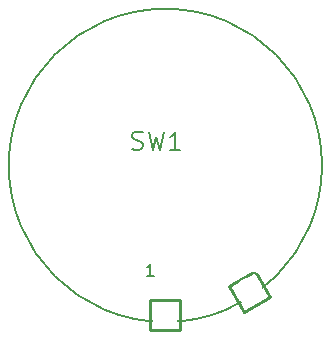
<source format=gto>
G04 #@! TF.FileFunction,Legend,Top*
%FSLAX46Y46*%
G04 Gerber Fmt 4.6, Leading zero omitted, Abs format (unit mm)*
G04 Created by KiCad (PCBNEW (2014-12-07 BZR 5316)-product) date 01/01/2015 14:19:40*
%MOMM*%
G01*
G04 APERTURE LIST*
%ADD10C,0.100000*%
%ADD11C,0.254000*%
%ADD12C,0.150000*%
%ADD13C,0.200000*%
%ADD14C,2.235200*%
%ADD15C,2.500000*%
G04 APERTURE END LIST*
D10*
D11*
X140970000Y-100330000D02*
X143510000Y-100330000D01*
X143510000Y-100330000D02*
X143510000Y-97790000D01*
X143510000Y-97790000D02*
X140970000Y-97790000D01*
X140970000Y-97790000D02*
X140970000Y-100330000D01*
X147617148Y-96563148D02*
X148887148Y-98762852D01*
X148887148Y-98762852D02*
X151086852Y-97492852D01*
X151086852Y-97492852D02*
X149816852Y-95293148D01*
X149816852Y-95293148D02*
X147617148Y-96563148D01*
D12*
X155499189Y-86360000D02*
G75*
G03X155499189Y-86360000I-13259189J0D01*
G01*
D13*
X139446000Y-84944857D02*
X139663714Y-85017429D01*
X140026571Y-85017429D01*
X140171714Y-84944857D01*
X140244285Y-84872286D01*
X140316857Y-84727143D01*
X140316857Y-84582000D01*
X140244285Y-84436857D01*
X140171714Y-84364286D01*
X140026571Y-84291714D01*
X139736285Y-84219143D01*
X139591143Y-84146571D01*
X139518571Y-84074000D01*
X139446000Y-83928857D01*
X139446000Y-83783714D01*
X139518571Y-83638571D01*
X139591143Y-83566000D01*
X139736285Y-83493429D01*
X140099143Y-83493429D01*
X140316857Y-83566000D01*
X140824857Y-83493429D02*
X141187714Y-85017429D01*
X141478000Y-83928857D01*
X141768286Y-85017429D01*
X142131143Y-83493429D01*
X143510000Y-85017429D02*
X142639143Y-85017429D01*
X143074571Y-85017429D02*
X143074571Y-83493429D01*
X142929428Y-83711143D01*
X142784286Y-83856286D01*
X142639143Y-83928857D01*
D12*
X141260286Y-95709619D02*
X140679715Y-95709619D01*
X140970001Y-95709619D02*
X140970001Y-94693619D01*
X140873239Y-94838762D01*
X140776477Y-94935524D01*
X140679715Y-94983905D01*
%LPC*%
D14*
X142240000Y-99060000D03*
X149352000Y-97028000D03*
D15*
X145112891Y-97081776D03*
X139367109Y-97081776D03*
X134391115Y-94208885D03*
X131518224Y-89232891D03*
X131518224Y-83487109D03*
X134391115Y-78511115D03*
X139367109Y-75638224D03*
X145112891Y-75638224D03*
X150088885Y-78511115D03*
X152961776Y-83487109D03*
X152961776Y-89232891D03*
X150088885Y-94208885D03*
X139530000Y-89060000D03*
M02*

</source>
